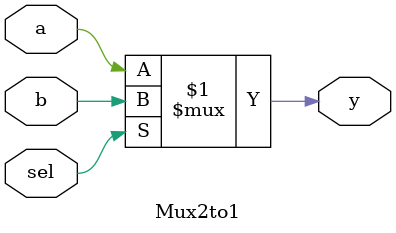
<source format=v>
module Mux2to1(
  input wire a,
  input wire b,
  input wire sel,
  output wire y
);
  assign y = (sel) ? b : a;
endmodule

</source>
